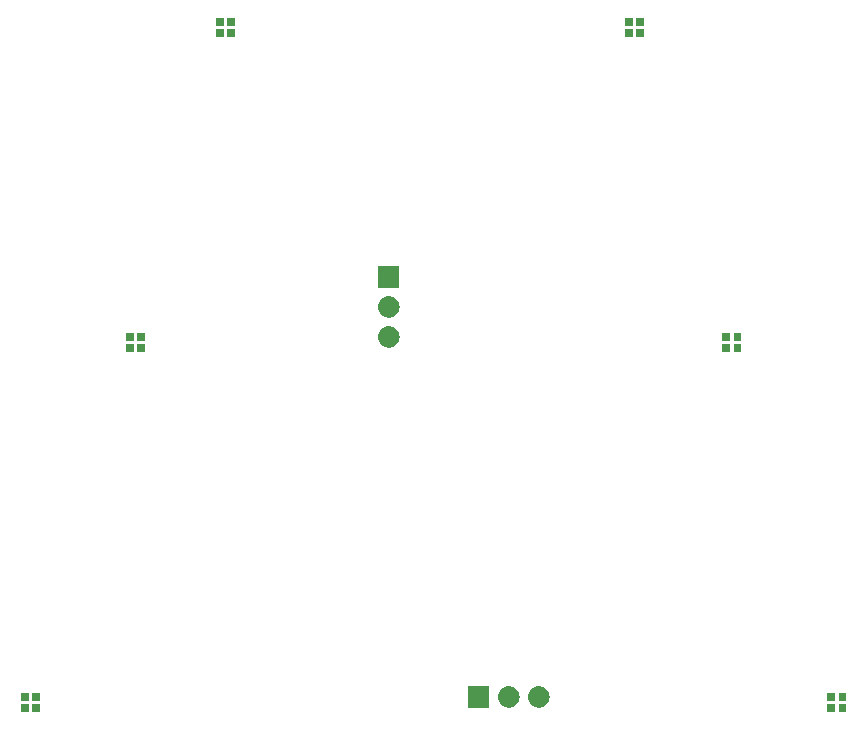
<source format=gbr>
G04 #@! TF.GenerationSoftware,KiCad,Pcbnew,(5.0.2)-1*
G04 #@! TF.CreationDate,2020-06-10T19:39:01-05:00*
G04 #@! TF.ProjectId,Top_Hardware,546f705f-4861-4726-9477-6172652e6b69,rev?*
G04 #@! TF.SameCoordinates,Original*
G04 #@! TF.FileFunction,Soldermask,Bot*
G04 #@! TF.FilePolarity,Negative*
%FSLAX46Y46*%
G04 Gerber Fmt 4.6, Leading zero omitted, Abs format (unit mm)*
G04 Created by KiCad (PCBNEW (5.0.2)-1) date 6/10/2020 7:39:01 PM*
%MOMM*%
%LPD*%
G01*
G04 APERTURE LIST*
%ADD10C,0.100000*%
G04 APERTURE END LIST*
D10*
G36*
X177171000Y-125736000D02*
X176519000Y-125736000D01*
X176519000Y-125084000D01*
X177171000Y-125084000D01*
X177171000Y-125736000D01*
X177171000Y-125736000D01*
G37*
G36*
X108911000Y-125736000D02*
X108259000Y-125736000D01*
X108259000Y-125084000D01*
X108911000Y-125084000D01*
X108911000Y-125736000D01*
X108911000Y-125736000D01*
G37*
G36*
X107961000Y-125736000D02*
X107309000Y-125736000D01*
X107309000Y-125084000D01*
X107961000Y-125084000D01*
X107961000Y-125736000D01*
X107961000Y-125736000D01*
G37*
G36*
X176221000Y-125736000D02*
X175569000Y-125736000D01*
X175569000Y-125084000D01*
X176221000Y-125084000D01*
X176221000Y-125736000D01*
X176221000Y-125736000D01*
G37*
G36*
X146951000Y-125361000D02*
X145149000Y-125361000D01*
X145149000Y-123559000D01*
X146951000Y-123559000D01*
X146951000Y-125361000D01*
X146951000Y-125361000D01*
G37*
G36*
X151240442Y-123565518D02*
X151306627Y-123572037D01*
X151419853Y-123606384D01*
X151476467Y-123623557D01*
X151615087Y-123697652D01*
X151632991Y-123707222D01*
X151668729Y-123736552D01*
X151770186Y-123819814D01*
X151853448Y-123921271D01*
X151882778Y-123957009D01*
X151882779Y-123957011D01*
X151966443Y-124113533D01*
X151966443Y-124113534D01*
X152017963Y-124283373D01*
X152035359Y-124460000D01*
X152017963Y-124636627D01*
X151983616Y-124749853D01*
X151966443Y-124806467D01*
X151892348Y-124945087D01*
X151882778Y-124962991D01*
X151853448Y-124998729D01*
X151770186Y-125100186D01*
X151668729Y-125183448D01*
X151632991Y-125212778D01*
X151632989Y-125212779D01*
X151476467Y-125296443D01*
X151419853Y-125313616D01*
X151306627Y-125347963D01*
X151240442Y-125354482D01*
X151174260Y-125361000D01*
X151085740Y-125361000D01*
X151019558Y-125354482D01*
X150953373Y-125347963D01*
X150840147Y-125313616D01*
X150783533Y-125296443D01*
X150627011Y-125212779D01*
X150627009Y-125212778D01*
X150591271Y-125183448D01*
X150489814Y-125100186D01*
X150406552Y-124998729D01*
X150377222Y-124962991D01*
X150367652Y-124945087D01*
X150293557Y-124806467D01*
X150276384Y-124749853D01*
X150242037Y-124636627D01*
X150224641Y-124460000D01*
X150242037Y-124283373D01*
X150293557Y-124113534D01*
X150293557Y-124113533D01*
X150377221Y-123957011D01*
X150377222Y-123957009D01*
X150406552Y-123921271D01*
X150489814Y-123819814D01*
X150591271Y-123736552D01*
X150627009Y-123707222D01*
X150644913Y-123697652D01*
X150783533Y-123623557D01*
X150840147Y-123606384D01*
X150953373Y-123572037D01*
X151019558Y-123565518D01*
X151085740Y-123559000D01*
X151174260Y-123559000D01*
X151240442Y-123565518D01*
X151240442Y-123565518D01*
G37*
G36*
X148700442Y-123565518D02*
X148766627Y-123572037D01*
X148879853Y-123606384D01*
X148936467Y-123623557D01*
X149075087Y-123697652D01*
X149092991Y-123707222D01*
X149128729Y-123736552D01*
X149230186Y-123819814D01*
X149313448Y-123921271D01*
X149342778Y-123957009D01*
X149342779Y-123957011D01*
X149426443Y-124113533D01*
X149426443Y-124113534D01*
X149477963Y-124283373D01*
X149495359Y-124460000D01*
X149477963Y-124636627D01*
X149443616Y-124749853D01*
X149426443Y-124806467D01*
X149352348Y-124945087D01*
X149342778Y-124962991D01*
X149313448Y-124998729D01*
X149230186Y-125100186D01*
X149128729Y-125183448D01*
X149092991Y-125212778D01*
X149092989Y-125212779D01*
X148936467Y-125296443D01*
X148879853Y-125313616D01*
X148766627Y-125347963D01*
X148700442Y-125354482D01*
X148634260Y-125361000D01*
X148545740Y-125361000D01*
X148479558Y-125354482D01*
X148413373Y-125347963D01*
X148300147Y-125313616D01*
X148243533Y-125296443D01*
X148087011Y-125212779D01*
X148087009Y-125212778D01*
X148051271Y-125183448D01*
X147949814Y-125100186D01*
X147866552Y-124998729D01*
X147837222Y-124962991D01*
X147827652Y-124945087D01*
X147753557Y-124806467D01*
X147736384Y-124749853D01*
X147702037Y-124636627D01*
X147684641Y-124460000D01*
X147702037Y-124283373D01*
X147753557Y-124113534D01*
X147753557Y-124113533D01*
X147837221Y-123957011D01*
X147837222Y-123957009D01*
X147866552Y-123921271D01*
X147949814Y-123819814D01*
X148051271Y-123736552D01*
X148087009Y-123707222D01*
X148104913Y-123697652D01*
X148243533Y-123623557D01*
X148300147Y-123606384D01*
X148413373Y-123572037D01*
X148479558Y-123565518D01*
X148545740Y-123559000D01*
X148634260Y-123559000D01*
X148700442Y-123565518D01*
X148700442Y-123565518D01*
G37*
G36*
X177171000Y-124786000D02*
X176519000Y-124786000D01*
X176519000Y-124134000D01*
X177171000Y-124134000D01*
X177171000Y-124786000D01*
X177171000Y-124786000D01*
G37*
G36*
X176221000Y-124786000D02*
X175569000Y-124786000D01*
X175569000Y-124134000D01*
X176221000Y-124134000D01*
X176221000Y-124786000D01*
X176221000Y-124786000D01*
G37*
G36*
X108911000Y-124786000D02*
X108259000Y-124786000D01*
X108259000Y-124134000D01*
X108911000Y-124134000D01*
X108911000Y-124786000D01*
X108911000Y-124786000D01*
G37*
G36*
X107961000Y-124786000D02*
X107309000Y-124786000D01*
X107309000Y-124134000D01*
X107961000Y-124134000D01*
X107961000Y-124786000D01*
X107961000Y-124786000D01*
G37*
G36*
X116851000Y-95256000D02*
X116199000Y-95256000D01*
X116199000Y-94604000D01*
X116851000Y-94604000D01*
X116851000Y-95256000D01*
X116851000Y-95256000D01*
G37*
G36*
X167331000Y-95256000D02*
X166679000Y-95256000D01*
X166679000Y-94604000D01*
X167331000Y-94604000D01*
X167331000Y-95256000D01*
X167331000Y-95256000D01*
G37*
G36*
X168281000Y-95256000D02*
X167629000Y-95256000D01*
X167629000Y-94604000D01*
X168281000Y-94604000D01*
X168281000Y-95256000D01*
X168281000Y-95256000D01*
G37*
G36*
X117801000Y-95256000D02*
X117149000Y-95256000D01*
X117149000Y-94604000D01*
X117801000Y-94604000D01*
X117801000Y-95256000D01*
X117801000Y-95256000D01*
G37*
G36*
X138540443Y-93085519D02*
X138606627Y-93092037D01*
X138719853Y-93126384D01*
X138776467Y-93143557D01*
X138915087Y-93217652D01*
X138932991Y-93227222D01*
X138968729Y-93256552D01*
X139070186Y-93339814D01*
X139153448Y-93441271D01*
X139182778Y-93477009D01*
X139182779Y-93477011D01*
X139266443Y-93633533D01*
X139266443Y-93633534D01*
X139317963Y-93803373D01*
X139335359Y-93980000D01*
X139317963Y-94156627D01*
X139283616Y-94269853D01*
X139266443Y-94326467D01*
X139192348Y-94465087D01*
X139182778Y-94482991D01*
X139153448Y-94518729D01*
X139070186Y-94620186D01*
X138968729Y-94703448D01*
X138932991Y-94732778D01*
X138932989Y-94732779D01*
X138776467Y-94816443D01*
X138719853Y-94833616D01*
X138606627Y-94867963D01*
X138540443Y-94874481D01*
X138474260Y-94881000D01*
X138385740Y-94881000D01*
X138319557Y-94874481D01*
X138253373Y-94867963D01*
X138140147Y-94833616D01*
X138083533Y-94816443D01*
X137927011Y-94732779D01*
X137927009Y-94732778D01*
X137891271Y-94703448D01*
X137789814Y-94620186D01*
X137706552Y-94518729D01*
X137677222Y-94482991D01*
X137667652Y-94465087D01*
X137593557Y-94326467D01*
X137576384Y-94269853D01*
X137542037Y-94156627D01*
X137524641Y-93980000D01*
X137542037Y-93803373D01*
X137593557Y-93633534D01*
X137593557Y-93633533D01*
X137677221Y-93477011D01*
X137677222Y-93477009D01*
X137706552Y-93441271D01*
X137789814Y-93339814D01*
X137891271Y-93256552D01*
X137927009Y-93227222D01*
X137944913Y-93217652D01*
X138083533Y-93143557D01*
X138140147Y-93126384D01*
X138253373Y-93092037D01*
X138319557Y-93085519D01*
X138385740Y-93079000D01*
X138474260Y-93079000D01*
X138540443Y-93085519D01*
X138540443Y-93085519D01*
G37*
G36*
X117801000Y-94306000D02*
X117149000Y-94306000D01*
X117149000Y-93654000D01*
X117801000Y-93654000D01*
X117801000Y-94306000D01*
X117801000Y-94306000D01*
G37*
G36*
X168281000Y-94306000D02*
X167629000Y-94306000D01*
X167629000Y-93654000D01*
X168281000Y-93654000D01*
X168281000Y-94306000D01*
X168281000Y-94306000D01*
G37*
G36*
X167331000Y-94306000D02*
X166679000Y-94306000D01*
X166679000Y-93654000D01*
X167331000Y-93654000D01*
X167331000Y-94306000D01*
X167331000Y-94306000D01*
G37*
G36*
X116851000Y-94306000D02*
X116199000Y-94306000D01*
X116199000Y-93654000D01*
X116851000Y-93654000D01*
X116851000Y-94306000D01*
X116851000Y-94306000D01*
G37*
G36*
X138540443Y-90545519D02*
X138606627Y-90552037D01*
X138719853Y-90586384D01*
X138776467Y-90603557D01*
X138915087Y-90677652D01*
X138932991Y-90687222D01*
X138968729Y-90716552D01*
X139070186Y-90799814D01*
X139153448Y-90901271D01*
X139182778Y-90937009D01*
X139182779Y-90937011D01*
X139266443Y-91093533D01*
X139266443Y-91093534D01*
X139317963Y-91263373D01*
X139335359Y-91440000D01*
X139317963Y-91616627D01*
X139283616Y-91729853D01*
X139266443Y-91786467D01*
X139192348Y-91925087D01*
X139182778Y-91942991D01*
X139153448Y-91978729D01*
X139070186Y-92080186D01*
X138968729Y-92163448D01*
X138932991Y-92192778D01*
X138932989Y-92192779D01*
X138776467Y-92276443D01*
X138719853Y-92293616D01*
X138606627Y-92327963D01*
X138540443Y-92334481D01*
X138474260Y-92341000D01*
X138385740Y-92341000D01*
X138319557Y-92334481D01*
X138253373Y-92327963D01*
X138140147Y-92293616D01*
X138083533Y-92276443D01*
X137927011Y-92192779D01*
X137927009Y-92192778D01*
X137891271Y-92163448D01*
X137789814Y-92080186D01*
X137706552Y-91978729D01*
X137677222Y-91942991D01*
X137667652Y-91925087D01*
X137593557Y-91786467D01*
X137576384Y-91729853D01*
X137542037Y-91616627D01*
X137524641Y-91440000D01*
X137542037Y-91263373D01*
X137593557Y-91093534D01*
X137593557Y-91093533D01*
X137677221Y-90937011D01*
X137677222Y-90937009D01*
X137706552Y-90901271D01*
X137789814Y-90799814D01*
X137891271Y-90716552D01*
X137927009Y-90687222D01*
X137944913Y-90677652D01*
X138083533Y-90603557D01*
X138140147Y-90586384D01*
X138253373Y-90552037D01*
X138319557Y-90545519D01*
X138385740Y-90539000D01*
X138474260Y-90539000D01*
X138540443Y-90545519D01*
X138540443Y-90545519D01*
G37*
G36*
X139331000Y-89801000D02*
X137529000Y-89801000D01*
X137529000Y-87999000D01*
X139331000Y-87999000D01*
X139331000Y-89801000D01*
X139331000Y-89801000D01*
G37*
G36*
X159076000Y-68586000D02*
X158424000Y-68586000D01*
X158424000Y-67934000D01*
X159076000Y-67934000D01*
X159076000Y-68586000D01*
X159076000Y-68586000D01*
G37*
G36*
X160026000Y-68586000D02*
X159374000Y-68586000D01*
X159374000Y-67934000D01*
X160026000Y-67934000D01*
X160026000Y-68586000D01*
X160026000Y-68586000D01*
G37*
G36*
X125421000Y-68586000D02*
X124769000Y-68586000D01*
X124769000Y-67934000D01*
X125421000Y-67934000D01*
X125421000Y-68586000D01*
X125421000Y-68586000D01*
G37*
G36*
X124471000Y-68586000D02*
X123819000Y-68586000D01*
X123819000Y-67934000D01*
X124471000Y-67934000D01*
X124471000Y-68586000D01*
X124471000Y-68586000D01*
G37*
G36*
X159076000Y-67636000D02*
X158424000Y-67636000D01*
X158424000Y-66984000D01*
X159076000Y-66984000D01*
X159076000Y-67636000D01*
X159076000Y-67636000D01*
G37*
G36*
X124471000Y-67636000D02*
X123819000Y-67636000D01*
X123819000Y-66984000D01*
X124471000Y-66984000D01*
X124471000Y-67636000D01*
X124471000Y-67636000D01*
G37*
G36*
X160026000Y-67636000D02*
X159374000Y-67636000D01*
X159374000Y-66984000D01*
X160026000Y-66984000D01*
X160026000Y-67636000D01*
X160026000Y-67636000D01*
G37*
G36*
X125421000Y-67636000D02*
X124769000Y-67636000D01*
X124769000Y-66984000D01*
X125421000Y-66984000D01*
X125421000Y-67636000D01*
X125421000Y-67636000D01*
G37*
M02*

</source>
